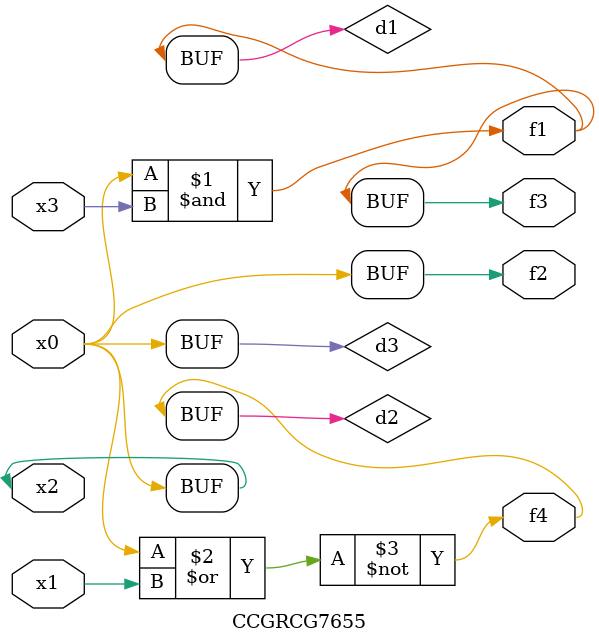
<source format=v>
module CCGRCG7655(
	input x0, x1, x2, x3,
	output f1, f2, f3, f4
);

	wire d1, d2, d3;

	and (d1, x2, x3);
	nor (d2, x0, x1);
	buf (d3, x0, x2);
	assign f1 = d1;
	assign f2 = d3;
	assign f3 = d1;
	assign f4 = d2;
endmodule

</source>
